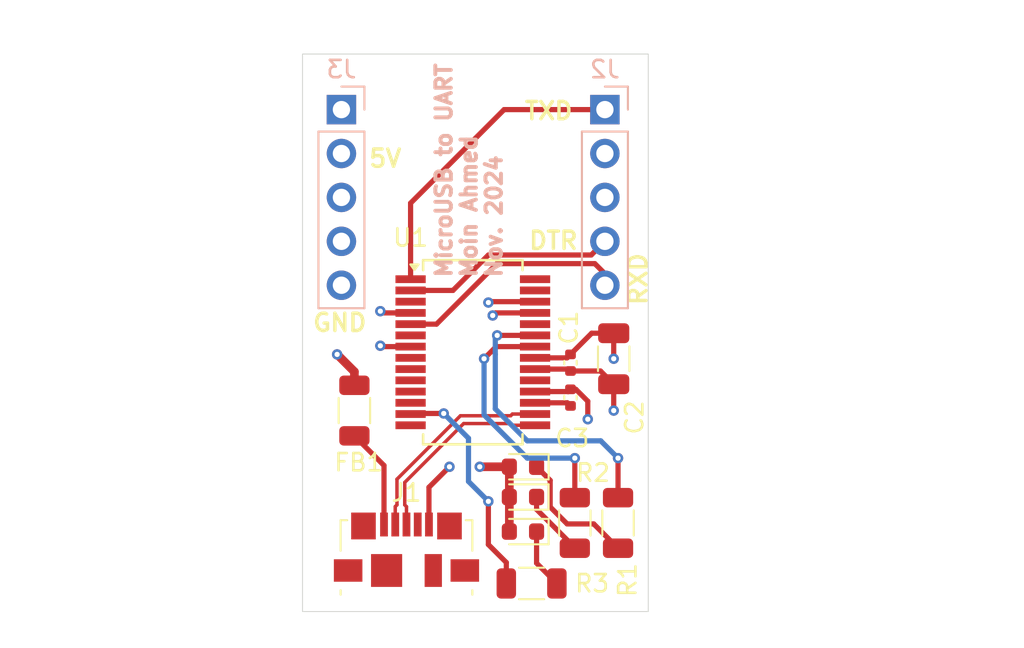
<source format=kicad_pcb>
(kicad_pcb (version 20240108) (generator "pcbnew") (generator_version "8.0")
  (layers (0 "F.Cu" signal) (1 "In1.Cu" power) (2 "In2.Cu" power) (31 "B.Cu" signal) (34 "B.Paste" user) (35 "F.Paste" user) (36 "B.SilkS" user "B.Silkscreen") (37 "F.SilkS" user "F.Silkscreen") (38 "B.Mask" user) (39 "F.Mask" user) (44 "Edge.Cuts" user))
  (net 0 "")
  (net 1 "GND")
  (net 2 "+5V")
  (net 3 "/3V3OUT")
  (net 4 "Net-(D1-K)")
  (net 5 "Net-(D2-K)")
  (net 6 "/USB_D-")
  (net 7 "VBUS")
  (net 12 "/USB_D+")
  (net 14 "/RXD")
  (net 15 "/DTR")
  (net 16 "/TXD")
  (net 17 "/TXLED")
  (net 18 "/RXLED")
  (net 36 "Net-(D3-K)")
  (net 37 "/PWRLED")
  (footprint "LED_SMD:LED_0603_1608Metric" (layer "F.Cu") (at 110.75 63 180)
    (property "Reference" "D2" (hide yes))
    (property "Value" "LED")
    (fp_line (start 0.8 -0.735) (end -1.485 -0.735) (stroke (width 0.12)) (layer "F.SilkS"))
    (fp_line (start -1.485 0.735) (end 0.8 0.735) (stroke (width 0.12)) (layer "F.SilkS"))
    (fp_line (start -1.485 -0.735) (end -1.485 0.735) (stroke (width 0.12)) (layer "F.SilkS"))
    (pad "1" smd roundrect (at -0.7875 0 180) (size 0.875 0.95) (layers "F.Cu" "F.Paste" "F.Mask") (net 5 "Net-(D2-K)"))
    (pad "2" smd roundrect (at 0.7875 0 180) (size 0.875 0.95) (layers "F.Cu" "F.Paste" "F.Mask") (net 2 "+5V"))
  )
  (footprint "Connector_USB:USB_Micro-B_Molex_47346-0001" (layer "F.Cu") (at 104.0125 66.05)
    (property "Reference" "J1" (at 0 -3.3 0) (layer "F.SilkS"))
    (property "Value" "USB_B_Micro")
    (fp_line (start -3.81 -1.71) (end -3.43 -1.71) (stroke (width 0.12)) (layer "F.SilkS"))
    (fp_line (start -3.81 0.06) (end -3.81 -1.71) (stroke (width 0.12)) (layer "F.SilkS"))
    (fp_line (start -3.81 2.6) (end -3.81 2.34) (stroke (width 0.12)) (layer "F.SilkS"))
    (fp_line (start 3.81 -1.71) (end 3.43 -1.71) (stroke (width 0.12)) (layer "F.SilkS"))
    (fp_line (start 3.81 -1.71) (end 3.81 0.06) (stroke (width 0.12)) (layer "F.SilkS"))
    (fp_line (start 3.81 2.34) (end 3.81 2.6) (stroke (width 0.12)) (layer "F.SilkS"))
    (pad "1" smd rect (at -1.3 -1.46) (size 0.45 1.38) (layers "F.Cu" "F.Paste" "F.Mask") (net 7 "VBUS"))
    (pad "2" smd rect (at -0.65 -1.46) (size 0.45 1.38) (layers "F.Cu" "F.Paste" "F.Mask") (net 6 "/USB_D-"))
    (pad "3" smd rect (at 0 -1.46) (size 0.45 1.38) (layers "F.Cu" "F.Paste" "F.Mask") (net 12 "/USB_D+"))
    (pad "4" smd rect (at 0.65 -1.46) (size 0.45 1.38) (layers "F.Cu" "F.Paste" "F.Mask"))
    (pad "5" smd rect (at 1.3 -1.46) (size 0.45 1.38) (layers "F.Cu" "F.Paste" "F.Mask") (net 1 "GND"))
    (pad "6" smd rect (at -3.375 1.2) (size 1.65 1.3) (layers "F.Cu" "F.Paste" "F.Mask"))
    (pad "6" smd rect (at -2.4875 -1.375) (size 1.425 1.55) (layers "F.Cu" "F.Paste" "F.Mask"))
    (pad "6" smd rect (at -1.15 1.2) (size 1.8 1.9) (layers "F.Cu" "F.Paste" "F.Mask"))
    (pad "6" smd rect (at 1.55 1.2) (size 1 1.9) (layers "F.Cu" "F.Paste" "F.Mask"))
    (pad "6" smd rect (at 2.4875 -1.375) (size 1.425 1.55) (layers "F.Cu" "F.Paste" "F.Mask"))
    (pad "6" smd rect (at 3.375 1.2) (size 1.65 1.3) (layers "F.Cu" "F.Paste" "F.Mask"))
  )
  (footprint "Capacitor_SMD:C_0402_1005Metric" (layer "F.Cu") (at 113.5 57.25 -90)
    (property "Reference" "C3" (at 2.35 -0.1 0) (layer "F.SilkS"))
    (property "Value" "0.1u")
    (fp_line (start -0.107836 0.36) (end 0.107836 0.36) (stroke (width 0.12)) (layer "F.SilkS"))
    (fp_line (start -0.107836 -0.36) (end 0.107836 -0.36) (stroke (width 0.12)) (layer "F.SilkS"))
    (pad "1" smd roundrect (at -0.48 0 270) (size 0.56 0.62) (layers "F.Cu" "F.Paste" "F.Mask") (net 1 "GND"))
    (pad "2" smd roundrect (at 0.48 0 270) (size 0.56 0.62) (layers "F.Cu" "F.Paste" "F.Mask") (net 3 "/3V3OUT"))
  )
  (footprint "LED_SMD:LED_0603_1608Metric" (layer "F.Cu") (at 110.75 61.25 180)
    (property "Reference" "D1" (hide yes))
    (property "Value" "LED")
    (fp_line (start 0.8 -0.735) (end -1.485 -0.735) (stroke (width 0.12)) (layer "F.SilkS"))
    (fp_line (start -1.485 0.735) (end 0.8 0.735) (stroke (width 0.12)) (layer "F.SilkS"))
    (fp_line (start -1.485 -0.735) (end -1.485 0.735) (stroke (width 0.12)) (layer "F.SilkS"))
    (pad "1" smd roundrect (at -0.7875 0 180) (size 0.875 0.95) (layers "F.Cu" "F.Paste" "F.Mask") (net 4 "Net-(D1-K)"))
    (pad "2" smd roundrect (at 0.7875 0 180) (size 0.875 0.95) (layers "F.Cu" "F.Paste" "F.Mask") (net 2 "+5V"))
  )
  (footprint "Resistor_SMD:R_1206_3216Metric" (layer "F.Cu") (at 101 58 90)
    (property "Reference" "FB1" (at -3 0.25 180) (layer "F.SilkS"))
    (property "Value" "600R")
    (fp_line (start -0.727064 -0.91) (end 0.727064 -0.91) (stroke (width 0.12)) (layer "F.SilkS"))
    (fp_line (start -0.727064 0.91) (end 0.727064 0.91) (stroke (width 0.12)) (layer "F.SilkS"))
    (pad "1" smd roundrect (at -1.4625 0 90) (size 1.125 1.75) (layers "F.Cu" "F.Paste" "F.Mask") (roundrect_rratio 0.222222) (net 7 "VBUS"))
    (pad "2" smd roundrect (at 1.4625 0 90) (size 1.125 1.75) (layers "F.Cu" "F.Paste" "F.Mask") (roundrect_rratio 0.222222) (net 2 "+5V"))
  )
  (footprint "Resistor_SMD:R_1206_3216Metric" (layer "F.Cu") (at 113.75 64.5 90)
    (property "Reference" "R2" (at 2.9 1.05 360) (layer "F.SilkS"))
    (property "Value" "270")
    (fp_line (start -0.727064 -0.91) (end 0.727064 -0.91) (stroke (width 0.12)) (layer "F.SilkS"))
    (fp_line (start -0.727064 0.91) (end 0.727064 0.91) (stroke (width 0.12)) (layer "F.SilkS"))
    (pad "1" smd roundrect (at -1.4625 0 90) (size 1.125 1.75) (layers "F.Cu" "F.Paste" "F.Mask") (roundrect_rratio 0.222222) (net 5 "Net-(D2-K)"))
    (pad "2" smd roundrect (at 1.4625 0 90) (size 1.125 1.75) (layers "F.Cu" "F.Paste" "F.Mask") (roundrect_rratio 0.222222) (net 18 "/RXLED"))
  )
  (footprint "Resistor_SMD:R_1206_3216Metric" (layer "F.Cu") (at 111.25 68 180)
    (property "Reference" "R3" (at -3.5 0 360) (layer "F.SilkS"))
    (property "Value" "270")
    (fp_line (start -0.727064 0.91) (end 0.727064 0.91) (stroke (width 0.12)) (layer "F.SilkS"))
    (fp_line (start -0.727064 -0.91) (end 0.727064 -0.91) (stroke (width 0.12)) (layer "F.SilkS"))
    (pad "1" smd roundrect (at -1.4625 0 180) (size 1.125 1.75) (layers "F.Cu" "F.Paste" "F.Mask") (roundrect_rratio 0.222222) (net 36 "Net-(D3-K)"))
    (pad "2" smd roundrect (at 1.4625 0 180) (size 1.125 1.75) (layers "F.Cu" "F.Paste" "F.Mask") (roundrect_rratio 0.222222) (net 37 "/PWRLED"))
  )
  (footprint "LED_SMD:LED_0603_1608Metric" (layer "F.Cu") (at 110.75 65 180)
    (property "Reference" "D3" (hide yes))
    (property "Value" "LED")
    (fp_line (start 0.8 -0.735) (end -1.485 -0.735) (stroke (width 0.12)) (layer "F.SilkS"))
    (fp_line (start -1.485 0.735) (end 0.8 0.735) (stroke (width 0.12)) (layer "F.SilkS"))
    (fp_line (start -1.485 -0.735) (end -1.485 0.735) (stroke (width 0.12)) (layer "F.SilkS"))
    (pad "1" smd roundrect (at -0.7875 0 180) (size 0.875 0.95) (layers "F.Cu" "F.Paste" "F.Mask") (net 36 "Net-(D3-K)"))
    (pad "2" smd roundrect (at 0.7875 0 180) (size 0.875 0.95) (layers "F.Cu" "F.Paste" "F.Mask") (net 2 "+5V"))
  )
  (footprint "Resistor_SMD:R_1206_3216Metric" (layer "F.Cu") (at 116.25 64.5 90)
    (property "Reference" "R1" (at -3.3 0.55 90) (layer "F.SilkS"))
    (property "Value" "270")
    (fp_line (start -0.727064 -0.91) (end 0.727064 -0.91) (stroke (width 0.12)) (layer "F.SilkS"))
    (fp_line (start -0.727064 0.91) (end 0.727064 0.91) (stroke (width 0.12)) (layer "F.SilkS"))
    (pad "1" smd roundrect (at -1.4625 0 90) (size 1.125 1.75) (layers "F.Cu" "F.Paste" "F.Mask") (roundrect_rratio 0.222222) (net 4 "Net-(D1-K)"))
    (pad "2" smd roundrect (at 1.4625 0 90) (size 1.125 1.75) (layers "F.Cu" "F.Paste" "F.Mask") (roundrect_rratio 0.222222) (net 17 "/TXLED"))
  )
  (footprint "Capacitor_SMD:C_1206_3216Metric" (layer "F.Cu") (at 116 55 90)
    (property "Reference" "C2" (at -3.4 1.2 -90) (layer "F.SilkS"))
    (property "Value" "4.7u")
    (fp_line (start -0.711252 -0.91) (end 0.711252 -0.91) (stroke (width 0.12)) (layer "F.SilkS"))
    (fp_line (start -0.711252 0.91) (end 0.711252 0.91) (stroke (width 0.12)) (layer "F.SilkS"))
    (pad "1" smd roundrect (at -1.475 0 90) (size 1.15 1.8) (layers "F.Cu" "F.Paste" "F.Mask") (roundrect_rratio 0.217391) (net 2 "+5V"))
    (pad "2" smd roundrect (at 1.475 0 90) (size 1.15 1.8) (layers "F.Cu" "F.Paste" "F.Mask") (roundrect_rratio 0.217391) (net 1 "GND"))
  )
  (footprint "Capacitor_SMD:C_0402_1005Metric" (layer "F.Cu") (at 113.5 55.23 90)
    (property "Reference" "C1" (at 2.03 -0.1 -90) (layer "F.SilkS"))
    (property "Value" "0.1u")
    (fp_line (start -0.107836 -0.36) (end 0.107836 -0.36) (stroke (width 0.12)) (layer "F.SilkS"))
    (fp_line (start -0.107836 0.36) (end 0.107836 0.36) (stroke (width 0.12)) (layer "F.SilkS"))
    (pad "1" smd roundrect (at -0.48 0 90) (size 0.56 0.62) (layers "F.Cu" "F.Paste" "F.Mask") (net 2 "+5V"))
    (pad "2" smd roundrect (at 0.48 0 90) (size 0.56 0.62) (layers "F.Cu" "F.Paste" "F.Mask") (net 1 "GND"))
  )
  (footprint "Package_SO:SSOP-28_5.3x10.2mm_P0.65mm" (layer "F.Cu") (at 107.85 54.625)
    (property "Reference" "U1" (at -3.6 -6.625 0) (layer "F.SilkS"))
    (property "Value" "FT232RL")
    (fp_line (start -2.875 -5.325) (end -2.875 -4.75) (stroke (width 0.15)) (layer "F.SilkS"))
    (fp_line (start -2.875 -5.325) (end 2.875 -5.325) (stroke (width 0.15)) (layer "F.SilkS"))
    (fp_line (start -2.875 4.75) (end -2.875 5.325) (stroke (width 0.15)) (layer "F.SilkS"))
    (fp_line (start -2.875 5.325) (end 2.875 5.325) (stroke (width 0.15)) (layer "F.SilkS"))
    (fp_line (start 2.875 -5.325) (end 2.875 -4.75) (stroke (width 0.15)) (layer "F.SilkS"))
    (fp_line (start 2.875 4.75) (end 2.875 5.325) (stroke (width 0.15)) (layer "F.SilkS"))
    (fp_poly (pts (xy -3.375 -4.75) (xy -3.615 -5.08) (xy -3.135 -5.08) (xy -3.375 -4.75)) (stroke (width 0.12)) (fill solid) (layer "F.SilkS"))
    (pad "1" smd rect (at -3.6 -4.225) (size 1.75 0.45) (layers "F.Cu" "F.Paste" "F.Mask") (net 16 "/TXD"))
    (pad "2" smd rect (at -3.6 -3.575) (size 1.75 0.45) (layers "F.Cu" "F.Paste" "F.Mask") (net 15 "/DTR"))
    (pad "3" smd rect (at -3.6 -2.925) (size 1.75 0.45) (layers "F.Cu" "F.Paste" "F.Mask"))
    (pad "4" smd rect (at -3.6 -2.275) (size 1.75 0.45) (layers "F.Cu" "F.Paste" "F.Mask") (net 2 "+5V"))
    (pad "5" smd rect (at -3.6 -1.625) (size 1.75 0.45) (layers "F.Cu" "F.Paste" "F.Mask") (net 14 "/RXD"))
    (pad "6" smd rect (at -3.6 -0.975) (size 1.75 0.45) (layers "F.Cu" "F.Paste" "F.Mask"))
    (pad "7" smd rect (at -3.6 -0.325) (size 1.75 0.45) (layers "F.Cu" "F.Paste" "F.Mask") (net 1 "GND"))
    (pad "8" smd rect (at -3.6 0.325) (size 1.75 0.45) (layers "F.Cu" "F.Paste" "F.Mask"))
    (pad "9" smd rect (at -3.6 0.975) (size 1.75 0.45) (layers "F.Cu" "F.Paste" "F.Mask"))
    (pad "10" smd rect (at -3.6 1.625) (size 1.75 0.45) (layers "F.Cu" "F.Paste" "F.Mask"))
    (pad "11" smd rect (at -3.6 2.275) (size 1.75 0.45) (layers "F.Cu" "F.Paste" "F.Mask"))
    (pad "12" smd rect (at -3.6 2.925) (size 1.75 0.45) (layers "F.Cu" "F.Paste" "F.Mask"))
    (pad "13" smd rect (at -3.6 3.575) (size 1.75 0.45) (layers "F.Cu" "F.Paste" "F.Mask") (net 37 "/PWRLED"))
    (pad "14" smd rect (at -3.6 4.225) (size 1.75 0.45) (layers "F.Cu" "F.Paste" "F.Mask"))
    (pad "15" smd rect (at 3.6 4.225) (size 1.75 0.45) (layers "F.Cu" "F.Paste" "F.Mask") (net 12 "/USB_D+"))
    (pad "16" smd rect (at 3.6 3.575) (size 1.75 0.45) (layers "F.Cu" "F.Paste" "F.Mask") (net 6 "/USB_D-"))
    (pad "17" smd rect (at 3.6 2.925) (size 1.75 0.45) (layers "F.Cu" "F.Paste" "F.Mask") (net 3 "/3V3OUT"))
    (pad "18" smd rect (at 3.6 2.275) (size 1.75 0.45) (layers "F.Cu" "F.Paste" "F.Mask") (net 1 "GND"))
    (pad "19" smd rect (at 3.6 1.625) (size 1.75 0.45) (layers "F.Cu" "F.Paste" "F.Mask"))
    (pad "20" smd rect (at 3.6 0.975) (size 1.75 0.45) (layers "F.Cu" "F.Paste" "F.Mask") (net 2 "+5V"))
    (pad "21" smd rect (at 3.6 0.325) (size 1.75 0.45) (layers "F.Cu" "F.Paste" "F.Mask") (net 1 "GND"))
    (pad "22" smd rect (at 3.6 -0.325) (size 1.75 0.45) (layers "F.Cu" "F.Paste" "F.Mask") (net 18 "/RXLED"))
    (pad "23" smd rect (at 3.6 -0.975) (size 1.75 0.45) (layers "F.Cu" "F.Paste" "F.Mask") (net 17 "/TXLED"))
    (pad "24" smd rect (at 3.6 -1.625) (size 1.75 0.45) (layers "F.Cu" "F.Paste" "F.Mask"))
    (pad "25" smd rect (at 3.6 -2.275) (size 1.75 0.45) (layers "F.Cu" "F.Paste" "F.Mask") (net 1 "GND"))
    (pad "26" smd rect (at 3.6 -2.925) (size 1.75 0.45) (layers "F.Cu" "F.Paste" "F.Mask") (net 1 "GND"))
    (pad "27" smd rect (at 3.6 -3.575) (size 1.75 0.45) (layers "F.Cu" "F.Paste" "F.Mask"))
    (pad "28" smd rect (at 3.6 -4.225) (size 1.75 0.45) (layers "F.Cu" "F.Paste" "F.Mask"))
  )
  (footprint "Connector_PinHeader_2.54mm:PinHeader_1x05_P2.54mm_Vertical" (layer "B.Cu") (at 100.25 40.59 180)
    (property "Reference" "J3" (at 0 2.33 0) (layer "B.SilkS") (effects (justify mirror)))
    (property "Value" "Conn_01x05")
    (fp_line (start 1.33 -1.27) (end -1.33 -1.27) (stroke (width 0.12)) (layer "B.SilkS"))
    (fp_line (start 1.33 -11.49) (end 1.33 -1.27) (stroke (width 0.12)) (layer "B.SilkS"))
    (fp_line (start 1.33 -11.49) (end -1.33 -11.49) (stroke (width 0.12)) (layer "B.SilkS"))
    (fp_line (start 0 1.33) (end -1.33 1.33) (stroke (width 0.12)) (layer "B.SilkS"))
    (fp_line (start -1.33 1.33) (end -1.33 0) (stroke (width 0.12)) (layer "B.SilkS"))
    (fp_line (start -1.33 -11.49) (end -1.33 -1.27) (stroke (width 0.12)) (layer "B.SilkS"))
    (pad "1" thru_hole rect (at 0 0 180) (size 1.7 1.7) (drill 1) (layers "*.Cu" "*.Mask"))
    (pad "2" thru_hole oval (at 0 -2.54 180) (size 1.7 1.7) (drill 1) (layers "*.Cu" "*.Mask") (net 2 "+5V"))
    (pad "3" thru_hole oval (at 0 -5.08 180) (size 1.7 1.7) (drill 1) (layers "*.Cu" "*.Mask"))
    (pad "4" thru_hole oval (at 0 -7.62 180) (size 1.7 1.7) (drill 1) (layers "*.Cu" "*.Mask"))
    (pad "5" thru_hole oval (at 0 -10.16 180) (size 1.7 1.7) (drill 1) (layers "*.Cu" "*.Mask") (net 1 "GND"))
  )
  (footprint "Connector_PinHeader_2.54mm:PinHeader_1x05_P2.54mm_Vertical" (layer "B.Cu") (at 115.49 40.59 180)
    (property "Reference" "J2" (at 0 2.33 0) (layer "B.SilkS") (effects (justify mirror)))
    (property "Value" "Conn_01x05")
    (fp_line (start 1.33 -1.27) (end -1.33 -1.27) (stroke (width 0.12)) (layer "B.SilkS"))
    (fp_line (start 1.33 -11.49) (end 1.33 -1.27) (stroke (width 0.12)) (layer "B.SilkS"))
    (fp_line (start 1.33 -11.49) (end -1.33 -11.49) (stroke (width 0.12)) (layer "B.SilkS"))
    (fp_line (start 0 1.33) (end -1.33 1.33) (stroke (width 0.12)) (layer "B.SilkS"))
    (fp_line (start -1.33 1.33) (end -1.33 0) (stroke (width 0.12)) (layer "B.SilkS"))
    (fp_line (start -1.33 -11.49) (end -1.33 -1.27) (stroke (width 0.12)) (layer "B.SilkS"))
    (pad "1" thru_hole rect (at 0 0 180) (size 1.7 1.7) (drill 1) (layers "*.Cu" "*.Mask") (net 16 "/TXD"))
    (pad "2" thru_hole oval (at 0 -2.54 180) (size 1.7 1.7) (drill 1) (layers "*.Cu" "*.Mask"))
    (pad "3" thru_hole oval (at 0 -5.08 180) (size 1.7 1.7) (drill 1) (layers "*.Cu" "*.Mask"))
    (pad "4" thru_hole oval (at 0 -7.62 180) (size 1.7 1.7) (drill 1) (layers "*.Cu" "*.Mask") (net 15 "/DTR"))
    (pad "5" thru_hole oval (at 0 -10.16 180) (size 1.7 1.7) (drill 1) (layers "*.Cu" "*.Mask") (net 14 "/RXD"))
  )
  (gr_rect (start 98 37.375) (end 118 69.625) (stroke (width 0.05)) (fill none) (layer "Edge.Cuts"))
  (gr_text "MicroUSB to UART\nMoin Ahmed\nNov. 2024" (at 109.6 50.4 90) (layer "B.SilkS") (effects (font (size 0.9 0.9) (thickness 0.225) (bold yes)) (justify left bottom)))
  (gr_text "DTR" (at 111 48.75 0) (layer "F.SilkS") (effects (font (size 1 1) (thickness 0.2) (bold yes)) (justify left bottom)))
  (gr_text "RXD" (at 118 52 90) (layer "F.SilkS") (effects (font (size 1 1) (thickness 0.2) (bold yes)) (justify left bottom)))
  (gr_text "5V" (at 101.75 44 0) (layer "F.SilkS") (effects (font (size 1 1) (thickness 0.2) (bold yes)) (justify left bottom)))
  (gr_text "GND" (at 98.5 53.5 0) (layer "F.SilkS") (effects (font (size 1 1) (thickness 0.2) (bold yes)) (justify left bottom)))
  (gr_text "TXD" (at 110.75 41.25 0) (layer "F.SilkS") (effects (font (size 1 1) (thickness 0.2) (bold yes)) (justify left bottom)))
  (segment (start 109.15 52.35) (end 109 52.5) (width 0.3) (layer "F.Cu") (net 1))
  (segment (start 102.55 54.3) (end 102.5 54.25) (width 0.3) (layer "F.Cu") (net 1))
  (segment (start 111.45 52.35) (end 109.15 52.35) (width 0.3) (layer "F.Cu") (net 1))
  (segment (start 113.809999 56.77) (end 114.5 57.460001) (width 0.3) (layer "F.Cu") (net 1))
  (segment (start 113.5 54.75) (end 113.3 54.95) (width 0.3) (layer "F.Cu") (net 1))
  (segment (start 113.5 56.77) (end 113.809999 56.77) (width 0.3) (layer "F.Cu") (net 1))
  (segment (start 113.37 56.9) (end 111.45 56.9) (width 0.3) (layer "F.Cu") (net 1))
  (segment (start 108.8 51.7) (end 108.75 51.75) (width 0.3) (layer "F.Cu") (net 1))
  (segment (start 114.725 53.525) (end 116 53.525) (width 0.3) (layer "F.Cu") (net 1))
  (segment (start 111.45 51.7) (end 108.8 51.7) (width 0.3) (layer "F.Cu") (net 1))
  (segment (start 113.5 56.77) (end 113.37 56.9) (width 0.3) (layer "F.Cu") (net 1))
  (segment (start 105.3125 62.4375) (end 105.3125 64.59) (width 0.3) (layer "F.Cu") (net 1))
  (segment (start 116 53.525) (end 116 55) (width 0.3) (layer "F.Cu") (net 1))
  (segment (start 114.5 57.460001) (end 114.5 58.5) (width 0.3) (layer "F.Cu") (net 1))
  (segment (start 113.3 54.95) (end 111.45 54.95) (width 0.3) (layer "F.Cu") (net 1))
  (segment (start 106.5 61.25) (end 105.3125 62.4375) (width 0.3) (layer "F.Cu") (net 1))
  (segment (start 113.5 54.75) (end 114.725 53.525) (width 0.3) (layer "F.Cu") (net 1))
  (segment (start 104.25 54.3) (end 102.55 54.3) (width 0.3) (layer "F.Cu") (net 1))
  (via (at 114.5 58.5) (size 0.6) (drill 0.3) (layers "F.Cu" "B.Cu") (net 1))
  (via (at 108.75 51.75) (size 0.6) (drill 0.3) (layers "F.Cu" "B.Cu") (net 1))
  (via (at 116 55) (size 0.6) (drill 0.3) (layers "F.Cu" "B.Cu") (net 1))
  (via (at 106.5 61.25) (size 0.6) (drill 0.3) (layers "F.Cu" "B.Cu") (net 1))
  (via (at 102.5 54.25) (size 0.6) (drill 0.3) (layers "F.Cu" "B.Cu") (net 1))
  (via (at 109 52.5) (size 0.6) (drill 0.3) (layers "F.Cu" "B.Cu") (net 1))
  (segment (start 116 56.475) (end 116 58) (width 0.3) (layer "F.Cu") (net 2))
  (segment (start 113.5 55.71) (end 113.39 55.6) (width 0.3) (layer "F.Cu") (net 2))
  (segment (start 109.9625 61.25) (end 108.25 61.25) (width 0.5) (layer "F.Cu") (net 2))
  (segment (start 102.6 52.35) (end 102.5 52.25) (width 0.3) (layer "F.Cu") (net 2))
  (segment (start 104.25 52.35) (end 102.6 52.35) (width 0.3) (layer "F.Cu") (net 2))
  (segment (start 115.235 55.71) (end 116 56.475) (width 0.3) (layer "F.Cu") (net 2))
  (segment (start 101 56.5375) (end 101 55.75) (width 0.5) (layer "F.Cu") (net 2))
  (segment (start 109.9625 61.25) (end 109.9625 65) (width 0.5) (layer "F.Cu") (net 2))
  (segment (start 101 55.75) (end 100 54.75) (width 0.5) (layer "F.Cu") (net 2))
  (segment (start 113.5 55.71) (end 115.235 55.71) (width 0.3) (layer "F.Cu") (net 2))
  (segment (start 113.39 55.6) (end 111.45 55.6) (width 0.3) (layer "F.Cu") (net 2))
  (via (at 102.5 52.25) (size 0.6) (drill 0.3) (layers "F.Cu" "B.Cu") (net 2))
  (via (at 108.25 61.25) (size 0.6) (drill 0.3) (layers "F.Cu" "B.Cu") (net 2))
  (via (at 116 58) (size 0.6) (drill 0.3) (layers "F.Cu" "B.Cu") (net 2))
  (via (at 100 54.75) (size 0.6) (drill 0.3) (layers "F.Cu" "B.Cu") (net 2))
  (segment (start 113.32 57.55) (end 111.45 57.55) (width 0.3) (layer "F.Cu") (net 3))
  (segment (start 113.5 57.73) (end 113.32 57.55) (width 0.3) (layer "F.Cu") (net 3))
  (segment (start 113.30625 64.55625) (end 112.325 63.575) (width 0.3) (layer "F.Cu") (net 4))
  (segment (start 114.84375 64.55625) (end 113.30625 64.55625) (width 0.3) (layer "F.Cu") (net 4))
  (segment (start 116.25 65.9625) (end 114.84375 64.55625) (width 0.3) (layer "F.Cu") (net 4))
  (segment (start 112.325 62.0375) (end 111.5375 61.25) (width 0.3) (layer "F.Cu") (net 4))
  (segment (start 112.325 63.575) (end 112.325 62.0375) (width 0.3) (layer "F.Cu") (net 4))
  (segment (start 113.75 65.927104) (end 113.75 65.9625) (width 0.3) (layer "F.Cu") (net 5))
  (segment (start 111.5375 63.714604) (end 113.75 65.927104) (width 0.3) (layer "F.Cu") (net 5))
  (segment (start 111.5375 63) (end 111.5375 63.714604) (width 0.3) (layer "F.Cu") (net 5))
  (segment (start 111.45 58.2) (end 110.137499 58.2) (width 0.2) (layer "F.Cu") (net 6))
  (segment (start 103.3625 63.554999) (end 103.3625 64.59) (width 0.2) (layer "F.Cu") (net 6))
  (segment (start 110.037499 58.3) (end 107.1318 58.3) (width 0.2) (layer "F.Cu") (net 6))
  (segment (start 103.4625 63.454999) (end 103.3625 63.554999) (width 0.2) (layer "F.Cu") (net 6))
  (segment (start 107.1318 58.3) (end 103.4625 61.9693) (width 0.2) (layer "F.Cu") (net 6))
  (segment (start 103.4625 61.9693) (end 103.4625 63.454999) (width 0.2) (layer "F.Cu") (net 6))
  (segment (start 110.137499 58.2) (end 110.037499 58.3) (width 0.2) (layer "F.Cu") (net 6))
  (segment (start 102.7125 61.175) (end 102.7125 64.59) (width 0.3) (layer "F.Cu") (net 7))
  (segment (start 101 59.4625) (end 102.7125 61.175) (width 0.3) (layer "F.Cu") (net 7))
  (segment (start 110.037499 58.75) (end 107.3182 58.75) (width 0.2) (layer "F.Cu") (net 12))
  (segment (start 103.9125 62.1557) (end 103.9125 63.454999) (width 0.2) (layer "F.Cu") (net 12))
  (segment (start 107.3182 58.75) (end 103.9125 62.1557) (width 0.2) (layer "F.Cu") (net 12))
  (segment (start 111.45 58.85) (end 110.137499 58.85) (width 0.2) (layer "F.Cu") (net 12))
  (segment (start 110.137499 58.85) (end 110.037499 58.75) (width 0.2) (layer "F.Cu") (net 12))
  (segment (start 104.0125 63.554999) (end 104.0125 64.59) (width 0.2) (layer "F.Cu") (net 12))
  (segment (start 103.9125 63.454999) (end 104.0125 63.554999) (width 0.2) (layer "F.Cu") (net 12))
  (segment (start 114.907106 49.5) (end 109.25 49.5) (width 0.3) (layer "F.Cu") (net 14))
  (segment (start 115.49 50.082894) (end 114.907106 49.5) (width 0.3) (layer "F.Cu") (net 14))
  (segment (start 105.75 53) (end 104.25 53) (width 0.3) (layer "F.Cu") (net 14))
  (segment (start 115.49 50.75) (end 115.49 50.082894) (width 0.3) (layer "F.Cu") (net 14))
  (segment (start 109.25 49.5) (end 105.75 53) (width 0.3) (layer "F.Cu") (net 14))
  (segment (start 106.7 51.05) (end 108.75 49) (width 0.3) (layer "F.Cu") (net 15))
  (segment (start 114.7 49) (end 115.49 48.21) (width 0.3) (layer "F.Cu") (net 15))
  (segment (start 108.75 49) (end 114.7 49) (width 0.3) (layer "F.Cu") (net 15))
  (segment (start 104.25 51.05) (end 106.7 51.05) (width 0.3) (layer "F.Cu") (net 15))
  (segment (start 104.25 46) (end 109.66 40.59) (width 0.3) (layer "F.Cu") (net 16))
  (segment (start 109.66 40.59) (end 115.49 40.59) (width 0.3) (layer "F.Cu") (net 16))
  (segment (start 104.25 50.4) (end 104.25 46) (width 0.3) (layer "F.Cu") (net 16))
  (segment (start 109.258848 53.65) (end 111.45 53.65) (width 0.3) (layer "F.Cu") (net 17))
  (segment (start 116.25 63.0375) (end 116.25 60.75) (width 0.3) (layer "F.Cu") (net 17))
  (via (at 116.25 60.75) (size 0.6) (drill 0.3) (layers "F.Cu" "B.Cu") (net 17))
  (via (at 109.258848 53.65) (size 0.6) (drill 0.3) (layers "F.Cu" "B.Cu") (net 17))
  (segment (start 109.15 54.75) (end 109.15 53.758848) (width 0.3) (layer "B.Cu") (net 17))
  (segment (start 116.25 60.75) (end 115.25 59.75) (width 0.3) (layer "B.Cu") (net 17))
  (segment (start 111 59.75) (end 109.15 57.9) (width 0.3) (layer "B.Cu") (net 17))
  (segment (start 115.25 59.75) (end 111 59.75) (width 0.3) (layer "B.Cu") (net 17))
  (segment (start 109.15 53.758848) (end 109.258848 53.65) (width 0.3) (layer "B.Cu") (net 17))
  (segment (start 109.15 57.9) (end 109.15 54.75) (width 0.3) (layer "B.Cu") (net 17))
  (segment (start 109.2 54.3) (end 111.45 54.3) (width 0.3) (layer "F.Cu") (net 18))
  (segment (start 113.75 63.0375) (end 113.75 60.75) (width 0.3) (layer "F.Cu") (net 18))
  (segment (start 108.5 55) (end 109.2 54.3) (width 0.3) (layer "F.Cu") (net 18))
  (via (at 113.75 60.75) (size 0.6) (drill 0.3) (layers "F.Cu" "B.Cu") (net 18))
  (via (at 108.5 55) (size 0.6) (drill 0.3) (layers "F.Cu" "B.Cu") (net 18))
  (segment (start 111 60.75) (end 108.5 58.25) (width 0.3) (layer "B.Cu") (net 18))
  (segment (start 108.5 58.25) (end 108.5 55) (width 0.3) (layer "B.Cu") (net 18))
  (segment (start 113.75 60.75) (end 111 60.75) (width 0.3) (layer "B.Cu") (net 18))
  (segment (start 111.5375 66.825) (end 111.5375 65) (width 0.3) (layer "F.Cu") (net 36))
  (segment (start 111.5375 66.825) (end 112.7125 68) (width 0.3) (layer "F.Cu") (net 36))
  (segment (start 108.75 65.75) (end 108.75 63.25) (width 0.3) (layer "F.Cu") (net 37))
  (segment (start 109.7875 68) (end 109.7875 66.7875) (width 0.3) (layer "F.Cu") (net 37))
  (segment (start 104.283365 58.166635) (end 104.25 58.2) (width 0.3) (layer "F.Cu") (net 37))
  (segment (start 109.7875 66.7875) (end 108.75 65.75) (width 0.3) (layer "F.Cu") (net 37))
  (segment (start 106.166635 58.166635) (end 104.283365 58.166635) (width 0.3) (layer "F.Cu") (net 37))
  (via (at 108.75 63.25) (size 0.6) (drill 0.3) (layers "F.Cu" "B.Cu") (net 37))
  (via (at 106.166635 58.166635) (size 0.6) (drill 0.3) (layers "F.Cu" "B.Cu") (net 37))
  (segment (start 108.75 63.25) (end 107.6 62.1) (width 0.3) (layer "B.Cu") (net 37))
  (segment (start 107.6 59.6) (end 106.166635 58.166635) (width 0.3) (layer "B.Cu") (net 37))
  (segment (start 107.6 62.1) (end 107.6 59.6) (width 0.3) (layer "B.Cu") (net 37))
)
</source>
